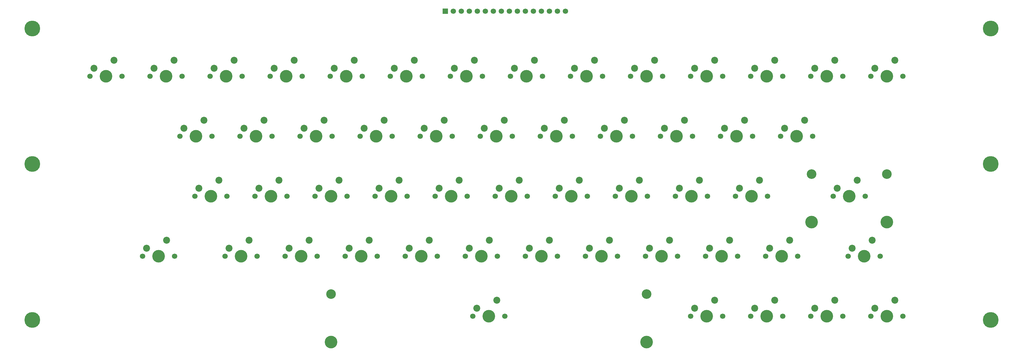
<source format=gts>
%TF.GenerationSoftware,KiCad,Pcbnew,9.0.1*%
%TF.CreationDate,2025-06-03T04:36:32-05:00*%
%TF.ProjectId,coco2Keyboard,636f636f-324b-4657-9962-6f6172642e6b,rev?*%
%TF.SameCoordinates,Original*%
%TF.FileFunction,Soldermask,Top*%
%TF.FilePolarity,Negative*%
%FSLAX46Y46*%
G04 Gerber Fmt 4.6, Leading zero omitted, Abs format (unit mm)*
G04 Created by KiCad (PCBNEW 9.0.1) date 2025-06-03 04:36:32*
%MOMM*%
%LPD*%
G01*
G04 APERTURE LIST*
%ADD10C,1.700000*%
%ADD11C,4.000000*%
%ADD12C,2.200000*%
%ADD13C,3.050000*%
%ADD14C,5.000000*%
%ADD15R,1.700000X1.700000*%
G04 APERTURE END LIST*
D10*
%TO.C,SW20*%
X69163800Y-92260000D03*
D11*
X74243800Y-92260000D03*
D10*
X79323800Y-92260000D03*
D12*
X76783800Y-87180000D03*
X70433800Y-89720000D03*
%TD*%
D10*
%TO.C,SW44*%
X221563800Y-92260000D03*
D11*
X226643800Y-92260000D03*
D10*
X231723800Y-92260000D03*
D12*
X229183800Y-87180000D03*
X222833800Y-89720000D03*
%TD*%
D10*
%TO.C,SW4*%
X97738800Y-111310000D03*
D11*
X102818800Y-111310000D03*
D10*
X107898800Y-111310000D03*
D12*
X105358800Y-106230000D03*
X99008800Y-108770000D03*
%TD*%
D10*
%TO.C,SW16*%
X197751300Y-73210000D03*
D11*
X202831300Y-73210000D03*
D10*
X207911300Y-73210000D03*
D12*
X205371300Y-68130000D03*
X199021300Y-70670000D03*
%TD*%
D10*
%TO.C,SW30*%
X207276300Y-130360000D03*
D11*
X212356300Y-130360000D03*
D10*
X217436300Y-130360000D03*
D12*
X214896300Y-125280000D03*
X208546300Y-127820000D03*
%TD*%
D10*
%TO.C,SW31*%
X264426300Y-130360000D03*
D11*
X269506300Y-130360000D03*
D10*
X274586300Y-130360000D03*
D12*
X272046300Y-125280000D03*
X265696300Y-127820000D03*
%TD*%
D10*
%TO.C,SW11*%
X164413800Y-92260000D03*
D11*
X169493800Y-92260000D03*
D10*
X174573800Y-92260000D03*
D12*
X172033800Y-87180000D03*
X165683800Y-89720000D03*
%TD*%
D10*
%TO.C,SW7*%
X107263800Y-92260000D03*
D11*
X112343800Y-92260000D03*
D10*
X117423800Y-92260000D03*
D12*
X114883800Y-87180000D03*
X108533800Y-89720000D03*
%TD*%
D10*
%TO.C,SW52*%
X33445000Y-111310000D03*
D11*
X38525000Y-111310000D03*
D10*
X43605000Y-111310000D03*
D12*
X41065000Y-106230000D03*
X34715000Y-108770000D03*
%TD*%
D10*
%TO.C,SW24*%
X64401300Y-73210000D03*
D11*
X69481300Y-73210000D03*
D10*
X74561300Y-73210000D03*
D12*
X72021300Y-68130000D03*
X65671300Y-70670000D03*
%TD*%
D10*
%TO.C,SW26*%
X140601300Y-73210000D03*
D11*
X145681300Y-73210000D03*
D10*
X150761300Y-73210000D03*
D12*
X148221300Y-68130000D03*
X141871300Y-70670000D03*
%TD*%
D10*
%TO.C,SW37*%
X92976300Y-54160000D03*
D11*
X98056300Y-54160000D03*
D10*
X103136300Y-54160000D03*
D12*
X100596300Y-49080000D03*
X94246300Y-51620000D03*
%TD*%
D10*
%TO.C,SW17*%
X216801300Y-73210000D03*
D11*
X221881300Y-73210000D03*
D10*
X226961300Y-73210000D03*
D12*
X224421300Y-68130000D03*
X218071300Y-70670000D03*
%TD*%
D10*
%TO.C,SW22*%
X159651300Y-73210000D03*
D11*
X164731300Y-73210000D03*
D10*
X169811300Y-73210000D03*
D12*
X167271300Y-68130000D03*
X160921300Y-70670000D03*
%TD*%
D10*
%TO.C,SW25*%
X78688800Y-111310000D03*
D11*
X83768800Y-111310000D03*
D10*
X88848800Y-111310000D03*
D12*
X86308800Y-106230000D03*
X79958800Y-108770000D03*
%TD*%
D13*
%TO.C,SW32*%
X93300000Y-123360000D03*
D11*
X93300000Y-138600000D03*
D10*
X138220000Y-130360000D03*
D11*
X143300000Y-130360000D03*
D10*
X148380000Y-130360000D03*
D13*
X193300000Y-123360000D03*
D11*
X193300000Y-138600000D03*
D12*
X145840000Y-125280000D03*
X139490000Y-127820000D03*
%TD*%
D13*
%TO.C,SW49*%
X245700000Y-85260000D03*
D11*
X245700000Y-100500000D03*
D10*
X252520000Y-92260000D03*
D11*
X257600000Y-92260000D03*
D10*
X262680000Y-92260000D03*
D13*
X269500000Y-85260000D03*
D11*
X269500000Y-100500000D03*
D12*
X260140000Y-87180000D03*
X253790000Y-89720000D03*
%TD*%
D10*
%TO.C,SW33*%
X207276300Y-54160000D03*
D11*
X212356300Y-54160000D03*
D10*
X217436300Y-54160000D03*
D12*
X214896300Y-49080000D03*
X208546300Y-51620000D03*
%TD*%
D10*
%TO.C,SW40*%
X150126300Y-54160000D03*
D11*
X155206300Y-54160000D03*
D10*
X160286300Y-54160000D03*
D12*
X157746300Y-49080000D03*
X151396300Y-51620000D03*
%TD*%
D10*
%TO.C,SW6*%
X83451300Y-73210000D03*
D11*
X88531300Y-73210000D03*
D10*
X93611300Y-73210000D03*
D12*
X91071300Y-68130000D03*
X84721300Y-70670000D03*
%TD*%
D14*
%TO.C,Mount3*%
X-1500000Y-131500000D03*
%TD*%
%TO.C,Mount5*%
X302500000Y-82000000D03*
%TD*%
D10*
%TO.C,SW14*%
X173938800Y-111310000D03*
D11*
X179018800Y-111310000D03*
D10*
X184098800Y-111310000D03*
D12*
X181558800Y-106230000D03*
X175208800Y-108770000D03*
%TD*%
D10*
%TO.C,SW28*%
X226326300Y-130360000D03*
D11*
X231406300Y-130360000D03*
D10*
X236486300Y-130360000D03*
D12*
X233946300Y-125280000D03*
X227596300Y-127820000D03*
%TD*%
D15*
%TO.C,J1*%
X129500000Y-33500000D03*
D10*
X132040000Y-33500000D03*
X134580000Y-33500000D03*
X137120000Y-33500000D03*
X139660000Y-33500000D03*
X142200000Y-33500000D03*
X144740000Y-33500000D03*
X147280000Y-33500000D03*
X149820000Y-33500000D03*
X152360000Y-33500000D03*
X154900000Y-33500000D03*
X157440000Y-33500000D03*
X159980000Y-33500000D03*
X162520000Y-33500000D03*
X165060000Y-33500000D03*
X167600000Y-33500000D03*
%TD*%
%TO.C,SW34*%
X35826300Y-54160000D03*
D11*
X40906300Y-54160000D03*
D10*
X45986300Y-54160000D03*
D12*
X43446300Y-49080000D03*
X37096300Y-51620000D03*
%TD*%
D14*
%TO.C,Mount6*%
X302500000Y-131500000D03*
%TD*%
D10*
%TO.C,SW18*%
X45351300Y-73210000D03*
D11*
X50431300Y-73210000D03*
D10*
X55511300Y-73210000D03*
D12*
X52971300Y-68130000D03*
X46621300Y-70670000D03*
%TD*%
D10*
%TO.C,SW2*%
X50113800Y-92260000D03*
D11*
X55193800Y-92260000D03*
D10*
X60273800Y-92260000D03*
D12*
X57733800Y-87180000D03*
X51383800Y-89720000D03*
%TD*%
D10*
%TO.C,SW8*%
X126313800Y-92260000D03*
D11*
X131393800Y-92260000D03*
D10*
X136473800Y-92260000D03*
D12*
X133933800Y-87180000D03*
X127583800Y-89720000D03*
%TD*%
D10*
%TO.C,SW27*%
X59638800Y-111310000D03*
D11*
X64718800Y-111310000D03*
D10*
X69798800Y-111310000D03*
D12*
X67258800Y-106230000D03*
X60908800Y-108770000D03*
%TD*%
D10*
%TO.C,SW13*%
X202513800Y-92260000D03*
D11*
X207593800Y-92260000D03*
D10*
X212673800Y-92260000D03*
D12*
X210133800Y-87180000D03*
X203783800Y-89720000D03*
%TD*%
D10*
%TO.C,SW3*%
X135838800Y-111310000D03*
D11*
X140918800Y-111310000D03*
D10*
X145998800Y-111310000D03*
D12*
X143458800Y-106230000D03*
X137108800Y-108770000D03*
%TD*%
D10*
%TO.C,SW45*%
X192988800Y-111310000D03*
D11*
X198068800Y-111310000D03*
D10*
X203148800Y-111310000D03*
D12*
X200608800Y-106230000D03*
X194258800Y-108770000D03*
%TD*%
D10*
%TO.C,SW41*%
X169176300Y-54160000D03*
D11*
X174256300Y-54160000D03*
D10*
X179336300Y-54160000D03*
D12*
X176796300Y-49080000D03*
X170446300Y-51620000D03*
%TD*%
D10*
%TO.C,SW29*%
X245376300Y-130360000D03*
D11*
X250456300Y-130360000D03*
D10*
X255536300Y-130360000D03*
D12*
X252996300Y-125280000D03*
X246646300Y-127820000D03*
%TD*%
D14*
%TO.C,Mount1*%
X-1500000Y-39000000D03*
%TD*%
%TO.C,Mount4*%
X302500000Y-39000000D03*
%TD*%
D10*
%TO.C,SW19*%
X102501300Y-73210000D03*
D11*
X107581300Y-73210000D03*
D10*
X112661300Y-73210000D03*
D12*
X110121300Y-68130000D03*
X103771300Y-70670000D03*
%TD*%
D10*
%TO.C,SW50*%
X264426300Y-54160000D03*
D11*
X269506300Y-54160000D03*
D10*
X274586300Y-54160000D03*
D12*
X272046300Y-49080000D03*
X265696300Y-51620000D03*
%TD*%
D14*
%TO.C,Mount2*%
X-1500000Y-82000000D03*
%TD*%
D10*
%TO.C,SW42*%
X188226300Y-54160000D03*
D11*
X193306300Y-54160000D03*
D10*
X198386300Y-54160000D03*
D12*
X195846300Y-49080000D03*
X189496300Y-51620000D03*
%TD*%
D10*
%TO.C,SW43*%
X226326300Y-54160000D03*
D11*
X231406300Y-54160000D03*
D10*
X236486300Y-54160000D03*
D12*
X233946300Y-49080000D03*
X227596300Y-51620000D03*
%TD*%
D10*
%TO.C,SW48*%
X231088800Y-111310000D03*
D11*
X236168800Y-111310000D03*
D10*
X241248800Y-111310000D03*
D12*
X238708800Y-106230000D03*
X232358800Y-108770000D03*
%TD*%
D10*
%TO.C,SW51*%
X16776300Y-54160000D03*
D11*
X21856300Y-54160000D03*
D10*
X26936300Y-54160000D03*
D12*
X24396300Y-49080000D03*
X18046300Y-51620000D03*
%TD*%
D10*
%TO.C,SW35*%
X54876300Y-54160000D03*
D11*
X59956300Y-54160000D03*
D10*
X65036300Y-54160000D03*
D12*
X62496300Y-49080000D03*
X56146300Y-51620000D03*
%TD*%
D10*
%TO.C,SW36*%
X73926300Y-54160000D03*
D11*
X79006300Y-54160000D03*
D10*
X84086300Y-54160000D03*
D12*
X81546300Y-49080000D03*
X75196300Y-51620000D03*
%TD*%
D10*
%TO.C,SW12*%
X183463800Y-92260000D03*
D11*
X188543800Y-92260000D03*
D10*
X193623800Y-92260000D03*
D12*
X191083800Y-87180000D03*
X184733800Y-89720000D03*
%TD*%
D10*
%TO.C,SW39*%
X131076300Y-54160000D03*
D11*
X136156300Y-54160000D03*
D10*
X141236300Y-54160000D03*
D12*
X138696300Y-49080000D03*
X132346300Y-51620000D03*
%TD*%
D10*
%TO.C,SW9*%
X145363800Y-92260000D03*
D11*
X150443800Y-92260000D03*
D10*
X155523800Y-92260000D03*
D12*
X152983800Y-87180000D03*
X146633800Y-89720000D03*
%TD*%
D10*
%TO.C,SW1*%
X235851300Y-73210000D03*
D11*
X240931300Y-73210000D03*
D10*
X246011300Y-73210000D03*
D12*
X243471300Y-68130000D03*
X237121300Y-70670000D03*
%TD*%
D10*
%TO.C,SW15*%
X154888800Y-111310000D03*
D11*
X159968800Y-111310000D03*
D10*
X165048800Y-111310000D03*
D12*
X162508800Y-106230000D03*
X156158800Y-108770000D03*
%TD*%
D10*
%TO.C,SW53*%
X257282500Y-111310000D03*
D11*
X262362500Y-111310000D03*
D10*
X267442500Y-111310000D03*
D12*
X264902500Y-106230000D03*
X258552500Y-108770000D03*
%TD*%
D10*
%TO.C,SW47*%
X212038800Y-111310000D03*
D11*
X217118800Y-111310000D03*
D10*
X222198800Y-111310000D03*
D12*
X219658800Y-106230000D03*
X213308800Y-108770000D03*
%TD*%
D10*
%TO.C,SW10*%
X178701300Y-73210000D03*
D11*
X183781300Y-73210000D03*
D10*
X188861300Y-73210000D03*
D12*
X186321300Y-68130000D03*
X179971300Y-70670000D03*
%TD*%
D10*
%TO.C,SW46*%
X245376300Y-54160000D03*
D11*
X250456300Y-54160000D03*
D10*
X255536300Y-54160000D03*
D12*
X252996300Y-49080000D03*
X246646300Y-51620000D03*
%TD*%
D10*
%TO.C,SW5*%
X88213800Y-92260000D03*
D11*
X93293800Y-92260000D03*
D10*
X98373800Y-92260000D03*
D12*
X95833800Y-87180000D03*
X89483800Y-89720000D03*
%TD*%
D10*
%TO.C,SW38*%
X112026300Y-54160000D03*
D11*
X117106300Y-54160000D03*
D10*
X122186300Y-54160000D03*
D12*
X119646300Y-49080000D03*
X113296300Y-51620000D03*
%TD*%
D10*
%TO.C,SW23*%
X116788800Y-111310000D03*
D11*
X121868800Y-111310000D03*
D10*
X126948800Y-111310000D03*
D12*
X124408800Y-106230000D03*
X118058800Y-108770000D03*
%TD*%
D10*
%TO.C,SW21*%
X121551300Y-73210000D03*
D11*
X126631300Y-73210000D03*
D10*
X131711300Y-73210000D03*
D12*
X129171300Y-68130000D03*
X122821300Y-70670000D03*
%TD*%
M02*

</source>
